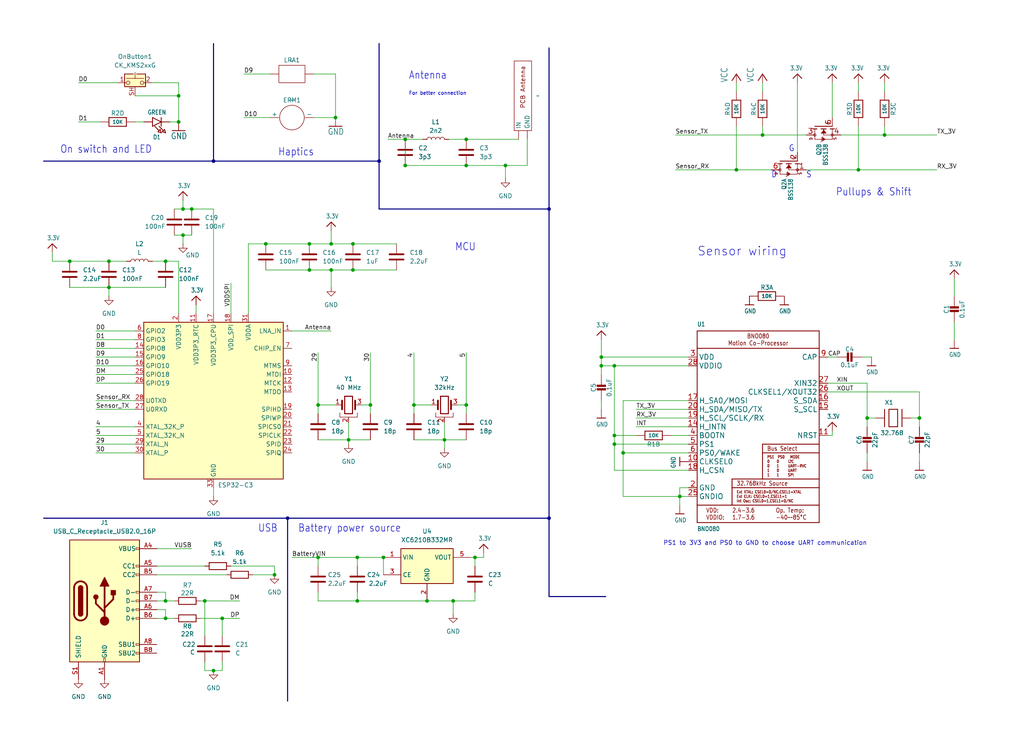
<source format=kicad_sch>
(kicad_sch (version 20250114) (generator "eeschema") (generator_version "9.0")
  (paper "User" 298.45 217.322)
  (title_block (title "Absolute rotation sensor with BLE") (date "2025-05-23"))
  (lib_symbols
    (symbol "Adafruit_BNO08x-eagle-import:3.3V" (power)
      (symbol "3.3V_1_0"
        (pin power_in line (at 0 -2.54 90) (length 2.54) (name "3.3V") (number "1"))
      )
    )
    (symbol "Adafruit_BNO08x-eagle-import:BNO080"
      (property "Reference" "U" (at -17.78 29.21 0))
      (symbol "BNO080_1_0"
        (text "VDD:\nVDDIO:" (at -15.24 -25.4 0) (effects (font (size 1.27 1.0795)) (justify left)))
        (text "2.4-3.6\n1.7-3.6" (at -7.62 -25.4 0) (effects (font (size 1.27 1.0795)) (justify left)))
        (text "32.768kHz Source" (at -6.35 -16.51 0) (effects (font (size 1.27 1.0795)) (justify left)))
        (text "Ext XTAL: CSEL0=0/NC,CSEL1=XTAL\nExt CLK: CSEL0=1,CSEL1=1\nInt Osc: CSEL0=1,CSEL1=0/NC" (at -6.35 -20.32 0) (effects (font (size 0.8128 0.6908)) (justify left)))
        (text "BNO080\nMotion Co-Processor" (at 0 25.4 0) (effects (font (size 1.27 1.0795))))
        (text "Bus Select" (at 2.54 -6.35 0) (effects (font (size 1.27 1.0795)) (justify left)))
        (text "PS1  PS0   MODE\n0    0     I2C\n0    1     UART-RVC\n1    0     UART\n1    1     SPI" (at 2.54 -11.43 0) (effects (font (size 0.8128 0.6908)) (justify left)))
        (text "Op. Temp:\n-40~~85°C" (at 5.08 -25.4 0) (effects (font (size 1.27 1.0795)) (justify left)))
        (pin power_in line (at -20.32 20.32 0) (length 2.54) (name "VDD") (number "3"))
        (pin power_in line (at -20.32 17.78 0) (length 2.54) (name "VDDIO") (number "28"))
        (pin output line (at -20.32 7.62 0) (length 2.54) (name "H_SA0/MOSI") (number "17"))
        (pin bidirectional line (at -20.32 5.08 0) (length 2.54) (name "H_SDA/MISO/TX") (number "20"))
        (pin bidirectional line (at -20.32 2.54 0) (length 2.54) (name "H_SCL/SCLK/RX") (number "19"))
        (pin output line (at -20.32 0 0) (length 2.54) (name "H_INTN") (number "14"))
        (pin input line (at -20.32 -2.54 0) (length 2.54) (name "BOOTN") (number "4"))
        (pin input line (at -20.32 -5.08 0) (length 2.54) (name "PS1") (number "5"))
        (pin input line (at -20.32 -7.62 0) (length 2.54) (name "PS0/WAKE") (number "6"))
        (pin input line (at -20.32 -10.16 0) (length 2.54) (name "CLKSEL0") (number "10"))
        (pin input line (at -20.32 -12.7 0) (length 2.54) (name "H_CSN") (number "18"))
        (pin power_in line (at -20.32 -17.78 0) (length 2.54) (name "GND") (number "2"))
        (pin power_in line (at -20.32 -20.32 0) (length 2.54) (name "GNDIO") (number "25"))
        (pin passive line (at 20.32 20.32 180) (length 2.54) (name "CAP") (number "9"))
        (pin input line (at 20.32 12.7 180) (length 2.54) (name "XIN32") (number "27"))
        (pin output line (at 20.32 10.16 180) (length 2.54) (name "CLKSEL1/XOUT32") (number "26"))
        (pin bidirectional line (at 20.32 7.62 180) (length 2.54) (name "S_SDA") (number "16"))
        (pin bidirectional line (at 20.32 5.08 180) (length 2.54) (name "S_SCL") (number "15"))
        (pin input line (at 20.32 -2.54 180) (length 2.54) (name "NRST") (number "11"))
      )
    )
    (symbol "Adafruit_BNO08x-eagle-import:CAP_CERAMIC0603_NO"
      (property "Reference" "C" (at -2.29 1.25 90))
      (symbol "CAP_CERAMIC0603_NO_1_0"
        (pin passive line (at 0 5.08 270) (length 2.54) (name "1") (number "1"))
        (pin passive line (at 0 -2.54 90) (length 2.54) (name "2") (number "2"))
      )
    )
    (symbol "Adafruit_BNO08x-eagle-import:GND" (power)
      (symbol "GND_1_0"
        (pin power_in line (at 0 2.54 270) (length 2.54) (name "GND") (number "1"))
      )
    )
    (symbol "Adafruit_BNO08x-eagle-import:LED0603_NOOUTLINE"
      (property "Reference" "D" (at -1.27 4.445 0))
      (symbol "LED0603_NOOUTLINE_1_0"
        (pin passive line (at -5.08 0 0) (length 2.54) (name "A") (number "A"))
        (pin passive line (at 2.54 0 180) (length 2.54) (name "C") (number "C"))
      )
    )
    (symbol "Adafruit_BNO08x-eagle-import:MOSFET-N_DUAL"
      (property "Reference" "Q" (at 5.08 0.635 0))
      (symbol "MOSFET-N_DUAL_1_0"
        (text "G" (at -1.27 -1.905 0) (effects (font (size 0.8128 0.6908)) (justify left bottom)))
        (text "D" (at 3.175 3.175 0) (effects (font (size 0.8128 0.6908)) (justify left bottom)))
        (text "S" (at 3.175 -3.81 0) (effects (font (size 0.8128 0.6908)) (justify left bottom)))
        (pin bidirectional line (at -2.54 -2.54 0) (length 2.54) (name "G") (number "2"))
        (pin bidirectional line (at 2.54 5.08 270) (length 2.54) (name "D") (number "6"))
        (pin bidirectional line (at 2.54 -5.08 90) (length 2.54) (name "S") (number "1"))
      )
      (symbol "MOSFET-N_DUAL_2_0"
        (text "G" (at -1.27 -1.905 0) (effects (font (size 0.8128 0.6908)) (justify left bottom)))
        (text "D" (at 3.175 3.175 0) (effects (font (size 0.8128 0.6908)) (justify left bottom)))
        (text "S" (at 3.175 -3.81 0) (effects (font (size 0.8128 0.6908)) (justify left bottom)))
        (pin bidirectional line (at -2.54 -2.54 0) (length 2.54) (name "G") (number "5"))
        (pin bidirectional line (at 2.54 5.08 270) (length 2.54) (name "D") (number "3"))
        (pin bidirectional line (at 2.54 -5.08 90) (length 2.54) (name "S") (number "4"))
      )
    )
    (symbol "Adafruit_BNO08x-eagle-import:RESISTOR_4PACK"
      (property "Reference" "R" (at 0 2.54 0))
      (symbol "RESISTOR_4PACK_1_0"
        (pin passive line (at -5.08 0 0) (length 2.54) (name "1") (number "1"))
        (pin passive line (at 5.08 0 180) (length 2.54) (name "2") (number "8"))
      )
      (symbol "RESISTOR_4PACK_2_0"
        (pin passive line (at -5.08 0 0) (length 2.54) (name "1") (number "2"))
        (pin passive line (at 5.08 0 180) (length 2.54) (name "2") (number "7"))
      )
      (symbol "RESISTOR_4PACK_3_0"
        (pin passive line (at -5.08 0 0) (length 2.54) (name "1") (number "3"))
        (pin passive line (at 5.08 0 180) (length 2.54) (name "2") (number "6"))
      )
      (symbol "RESISTOR_4PACK_4_0"
        (pin passive line (at -5.08 0 0) (length 2.54) (name "1") (number "4"))
        (pin passive line (at 5.08 0 180) (length 2.54) (name "2") (number "5"))
      )
    )
    (symbol "Adafruit_BNO08x-eagle-import:VCC" (power)
      (symbol "VCC_1_0"
        (pin power_in line (at 0 -2.54 90) (length 2.54) (name "VCC") (number "1"))
      )
    )
    (symbol "Adafruit_BNO08x-eagle-import:XTAL-3.2X1.5"
      (property "Reference" "X" (at -2.54 3.81 0))
      (symbol "XTAL-3.2X1.5_1_0"
        (pin bidirectional line (at -5.08 0 0) (length 2.54) (name "P$1") (number "P$1"))
        (pin bidirectional line (at 5.08 0 180) (length 2.54) (name "P$2") (number "P$2"))
      )
    )
    (symbol "Adafruit_BNO08x-eagle-import:supply1_371_GND" (power)
      (symbol "supply1_371_GND_1_0"
        (pin power_in line (at 0 2.54 270) (length 2.54) (name "GND") (number "1"))
      )
    )
    (symbol "Connector:USB_C_Receptacle_USB2.0_16P" (pin_names (offset 1.016))
      (property "Reference" "J" (at 0 22.225 0))
      (property "Value" "USB_C_Receptacle_USB2.0_16P" (at 0 19.685 0))
      (symbol "USB_C_Receptacle_USB2.0_16P_1_1"
        (pin passive line (at -7.62 -22.86 90) (length 5.08) (name "SHIELD") (number "S1"))
        (pin passive line (at 0 -22.86 90) (length 5.08) (name "GND") (number "A1"))
        (pin passive line (at 0 -22.86 90) (length 5.08) (hide yes) (name "GND") (number "A12"))
        (pin passive line (at 0 -22.86 90) (length 5.08) (hide yes) (name "GND") (number "B1"))
        (pin passive line (at 0 -22.86 90) (length 5.08) (hide yes) (name "GND") (number "B12"))
        (pin passive line (at 15.24 15.24 180) (length 5.08) (name "VBUS") (number "A4"))
        (pin passive line (at 15.24 15.24 180) (length 5.08) (hide yes) (name "VBUS") (number "A9"))
        (pin passive line (at 15.24 15.24 180) (length 5.08) (hide yes) (name "VBUS") (number "B4"))
        (pin passive line (at 15.24 15.24 180) (length 5.08) (hide yes) (name "VBUS") (number "B9"))
        (pin bidirectional line (at 15.24 10.16 180) (length 5.08) (name "CC1") (number "A5"))
        (pin bidirectional line (at 15.24 7.62 180) (length 5.08) (name "CC2") (number "B5"))
        (pin bidirectional line (at 15.24 2.54 180) (length 5.08) (name "D-") (number "A7"))
        (pin bidirectional line (at 15.24 0 180) (length 5.08) (name "D-") (number "B7"))
        (pin bidirectional line (at 15.24 -2.54 180) (length 5.08) (name "D+") (number "A6"))
        (pin bidirectional line (at 15.24 -5.08 180) (length 5.08) (name "D+") (number "B6"))
        (pin bidirectional line (at 15.24 -12.7 180) (length 5.08) (name "SBU1") (number "A8"))
        (pin bidirectional line (at 15.24 -15.24 180) (length 5.08) (name "SBU2") (number "B8"))
      )
    )
    (symbol "Device:C" (pin_numbers (hide yes)) (pin_names (offset 0.254))
      (property "Reference" "C" (at 0.635 2.54 0))
      (property "Value" "C" (at 0.635 -2.54 0))
      (symbol "C_1_1"
        (pin passive line (at 0 3.81 270) (length 2.794) (name "~") (number "1"))
        (pin passive line (at 0 -3.81 90) (length 2.794) (name "~") (number "2"))
      )
    )
    (symbol "Device:Crystal_GND2" (pin_names (offset 1.016) (hide yes))
      (property "Reference" "Y" (at 0 5.715 0))
      (property "Value" "Crystal_GND2" (at 0 3.81 0))
      (symbol "Crystal_GND2_1_1"
        (pin passive line (at -3.81 0 0) (length 1.27) (name "1") (number "1"))
        (pin passive line (at 0 -5.08 90) (length 1.27) (name "2") (number "2"))
        (pin passive line (at 3.81 0 180) (length 1.27) (name "3") (number "3"))
      )
    )
    (symbol "Device:ERM" (pin_numbers (hide yes)) (pin_names (offset 0))
      (property "Reference" "ERM1" (at 0 5.08 0))
      (property "Value" "~" (at 0 5.08 0))
      (symbol "ERM_1_1"
        (pin input line (at -6.35 0 0) (length 2.54) (name "+") (number ""))
        (pin input line (at 6.35 0 180) (length 2.54) (name "-") (number ""))
      )
    )
    (symbol "Device:L" (pin_numbers (hide yes)) (pin_names (offset 1.016) (hide yes))
      (property "Reference" "L" (at -1.27 0 90))
      (property "Value" "L" (at 1.905 0 90))
      (symbol "L_1_1"
        (pin passive line (at 0 3.81 270) (length 1.27) (name "1") (number "1"))
        (pin passive line (at 0 -3.81 90) (length 1.27) (name "2") (number "2"))
      )
    )
    (symbol "Device:LRA" (pin_numbers (hide yes)) (pin_names (offset 0) (hide yes))
      (property "Reference" "LRA1" (at 0 4.064 0))
      (property "Value" "~" (at 0 3.81 0))
      (symbol "LRA_1_1"
        (pin input line (at -6.35 0 0) (length 2.54) (name "+") (number ""))
        (pin input line (at 6.35 0 180) (length 2.54) (name "-") (number ""))
      )
    )
    (symbol "Device:MyAntenna"
      (property "Value" "~" (at 2.54 3.81 0))
      (symbol "MyAntenna_1_1"
        (text "PCB Antenna" (at 13.97 2.54 0) (effects (font (size 1.27 1.27))))
        (pin input line (at -1.27 3.81 0) (length 2.54) (name "IN") (number ""))
        (pin input line (at -1.27 1.27 0) (length 2.54) (name "GND") (number ""))
      )
    )
    (symbol "Device:R" (pin_numbers (hide yes)) (pin_names (offset 0))
      (property "Reference" "R" (at 2.032 0 90))
      (property "Value" "R" (at 0 0 90))
      (symbol "R_1_1"
        (pin passive line (at 0 3.81 270) (length 1.27) (name "~") (number "1"))
        (pin passive line (at 0 -3.81 90) (length 1.27) (name "~") (number "2"))
      )
    )
    (symbol "MCU_Espressif:ESP32-C3"
      (property "Reference" "U" (at -17.272 23.876 0))
      (property "Value" "ESP32-C3" (at 16.256 23.876 0))
      (symbol "ESP32-C3_1_1"
        (pin bidirectional line (at -22.86 20.32 0) (length 2.54) (name "GPIO2") (number "6"))
        (pin bidirectional line (at -22.86 17.78 0) (length 2.54) (name "GPIO3") (number "8"))
        (pin bidirectional line (at -22.86 15.24 0) (length 2.54) (name "GPIO8") (number "14"))
        (pin bidirectional line (at -22.86 12.7 0) (length 2.54) (name "GPIO9") (number "15"))
        (pin bidirectional line (at -22.86 10.16 0) (length 2.54) (name "GPIO10") (number "16"))
        (pin bidirectional line (at -22.86 7.62 0) (length 2.54) (name "GPIO18") (number "25"))
        (pin bidirectional line (at -22.86 5.08 0) (length 2.54) (name "GPIO19") (number "26"))
        (pin bidirectional line (at -22.86 0 0) (length 2.54) (name "U0TXD") (number "28"))
        (pin bidirectional line (at -22.86 -2.54 0) (length 2.54) (name "U0RXD") (number "27"))
        (pin bidirectional line (at -22.86 -7.62 0) (length 2.54) (name "XTAL_32K_P") (number "4"))
        (pin bidirectional line (at -22.86 -10.16 0) (length 2.54) (name "XTAL_32K_N") (number "5"))
        (pin bidirectional line (at -22.86 -12.7 0) (length 2.54) (name "XTAL_N") (number "29"))
        (pin bidirectional line (at -22.86 -15.24 0) (length 2.54) (name "XTAL_P") (number "30"))
        (pin power_in line (at -10.16 25.4 270) (length 2.54) (name "VDD3P3") (number "2"))
        (pin passive line (at -10.16 25.4 270) (length 2.54) (hide yes) (name "VDD3P3") (number "3"))
        (pin power_in line (at -5.08 25.4 270) (length 2.54) (name "VDD3P3_RTC") (number "11"))
        (pin power_in line (at 0 25.4 270) (length 2.54) (name "VDD3P3_CPU") (number "17"))
        (pin power_in line (at 0 -25.4 90) (length 2.54) (name "GND") (number "33"))
        (pin power_out line (at 5.08 25.4 270) (length 2.54) (name "VDD_SPI") (number "18"))
        (pin power_in line (at 10.16 25.4 270) (length 2.54) (name "VDDA") (number "31"))
        (pin passive line (at 10.16 25.4 270) (length 2.54) (hide yes) (name "VDDA") (number "32"))
        (pin bidirectional line (at 22.86 20.32 180) (length 2.54) (name "LNA_IN") (number "1"))
        (pin bidirectional line (at 22.86 15.24 180) (length 2.54) (name "CHIP_EN") (number "7"))
        (pin bidirectional line (at 22.86 10.16 180) (length 2.54) (name "MTMS") (number "9"))
        (pin bidirectional line (at 22.86 7.62 180) (length 2.54) (name "MTDI") (number "10"))
        (pin bidirectional line (at 22.86 5.08 180) (length 2.54) (name "MTCK") (number "12"))
        (pin bidirectional line (at 22.86 2.54 180) (length 2.54) (name "MTDO") (number "13"))
        (pin bidirectional line (at 22.86 -2.54 180) (length 2.54) (name "SPIHD") (number "19"))
        (pin bidirectional line (at 22.86 -5.08 180) (length 2.54) (name "SPIWP") (number "20"))
        (pin bidirectional line (at 22.86 -7.62 180) (length 2.54) (name "SPICS0") (number "21"))
        (pin bidirectional line (at 22.86 -10.16 180) (length 2.54) (name "SPICLK") (number "22"))
        (pin bidirectional line (at 22.86 -12.7 180) (length 2.54) (name "SPID") (number "23"))
        (pin bidirectional line (at 22.86 -15.24 180) (length 2.54) (name "SPIQ") (number "24"))
      )
    )
    (symbol "Regulator_Linear:XC6210B332MR"
      (property "Reference" "U" (at 0 8.89 0))
      (property "Value" "XC6210B332MR" (at 0 6.35 0))
      (symbol "XC6210B332MR_1_1"
        (pin power_in line (at -12.7 2.54 0) (length 5.08) (name "VIN") (number "1"))
        (pin input line (at -12.7 -2.54 0) (length 5.08) (name "CE") (number "3"))
        (pin power_in line (at 0 -10.16 90) (length 5.08) (name "GND") (number "2"))
        (pin no_connect line (at 7.62 -2.54 180) (length 5.08) (hide yes) (name "NC") (number "4"))
        (pin power_out line (at 12.7 2.54 180) (length 5.08) (name "VOUT") (number "5"))
      )
    )
    (symbol "Switch:CK_KMS2xxG" (pin_names (offset 1.016) (hide yes))
      (property "Reference" "SW" (at 4.318 2.032 0))
      (property "Value" "CK_KMS2xxG" (at 0 4.572 0))
      (symbol "CK_KMS2xxG_0_1"
        (pin passive line (at -5.08 0 0) (length 2.54) (name "1") (number "1"))
        (pin passive line (at 5.08 0 180) (length 2.54) (name "2") (number "2"))
      )
      (symbol "CK_KMS2xxG_1_1"
        (pin passive line (at 0 -3.81 90) (length 2.54) (name "B") (number "SH"))
      )
    )
    (symbol "power:GND" (power) (pin_numbers (hide yes)) (pin_names (offset 0) (hide yes))
      (property "Value" "GND" (at 0 -3.81 0))
      (symbol "GND_1_1"
        (pin power_in line (at 0 0 270) (length 0) (name "~") (number "1"))
      )
    )
  )
  (text "Battery power source" (at 86.868 155.448 0) (effects (font (size 2.1844 1.8567)) (justify left bottom)))
  (text "Pullups & Shift" (at 243.586 57.404 0) (effects (font (size 2.1844 1.8567)) (justify left bottom)))
  (text "D" (at 224.79 52.07 0) (effects (font (size 1.778 1.5113)) (justify left bottom)))
  (text "Antenna" (at 119.126 23.368 0) (effects (font (size 2.1844 1.8567)) (justify left bottom)))
  (text "G" (at 229.87 44.45 0) (effects (font (size 1.778 1.5113)) (justify left bottom)))
  (text "On switch and LED" (at 17.526 44.958 0) (effects (font (size 2.1844 1.8567)) (justify left bottom)))
  (text "Haptics" (at 81.026 45.72 0) (effects (font (size 2.1844 1.8567)) (justify left bottom)))
  (text "S" (at 234.95 52.07 0) (effects (font (size 1.778 1.5113)) (justify left bottom)))
  (text "USB" (at 75.184 155.448 0) (effects (font (size 2.1844 1.8567)) (justify left bottom)))
  (text "For better connection" (at 119.126 27.94 0) (effects (font (size 1.016 1.016)) (justify left bottom)))
  (text "PS1 to 3V3 and PS0 to GND to choose UART communication" (at 223.012 158.496 0) (effects (font (size 1.27 1.27))))
  (text "MCU" (at 132.588 73.406 0) (effects (font (size 2.1844 1.8567)) (justify left bottom)))
  (text "Sensor wiring" (at 203.2 74.93 0) (effects (font (size 2.54 2.54)) (justify left bottom)))
  (junction (at 92.71 162.56))
  (junction (at 175.26 106.68))
  (junction (at 53.34 60.96))
  (junction (at 48.26 180.34))
  (junction (at 135.89 40.64))
  (junction (at 135.89 48.26))
  (junction (at 102.87 78.74))
  (junction (at 257.81 39.37))
  (junction (at 118.11 40.64))
  (junction (at 48.26 175.26))
  (junction (at 111.76 162.56))
  (junction (at 101.6 128.27))
  (junction (at 110.49 46.99))
  (junction (at 62.23 46.99))
  (junction (at 138.43 162.56))
  (junction (at 102.87 71.12))
  (junction (at 96.52 78.74))
  (junction (at 77.47 71.12))
  (junction (at 181.61 132.08))
  (junction (at 175.26 104.14))
  (junction (at 48.26 76.2))
  (junction (at 250.19 49.53))
  (junction (at 120.65 118.11))
  (junction (at 104.14 175.26))
  (junction (at 267.97 121.92))
  (junction (at 92.71 118.11))
  (junction (at 132.08 175.26))
  (junction (at 64.77 180.34))
  (junction (at 31.75 76.2))
  (junction (at 52.07 27.94))
  (junction (at 129.54 128.27))
  (junction (at 53.34 68.58))
  (junction (at 160.02 60.96))
  (junction (at 62.23 195.58))
  (junction (at 107.95 118.11))
  (junction (at 118.11 48.26))
  (junction (at 80.01 167.64))
  (junction (at 222.25 39.37))
  (junction (at 147.32 48.26))
  (junction (at 59.69 175.26))
  (junction (at 96.52 71.12))
  (junction (at 179.07 127))
  (junction (at 55.88 60.96))
  (junction (at 179.07 106.68))
  (junction (at 104.14 162.56))
  (junction (at 83.82 151.13))
  (junction (at 31.75 83.82))
  (junction (at 52.07 35.56))
  (junction (at 90.17 71.12))
  (junction (at 20.32 76.2))
  (junction (at 252.73 121.92))
  (junction (at 97.79 34.29))
  (junction (at 179.07 129.54))
  (junction (at 160.02 151.13))
  (junction (at 214.63 49.53))
  (junction (at 198.12 144.78))
  (junction (at 135.89 118.11))
  (junction (at 90.17 78.74))
  (junction (at 124.46 175.26))
  (wire (pts (xy 97.79 21.59) (xy 97.79 34.29)))
  (wire (pts (xy 44.45 76.2) (xy 48.26 76.2)))
  (wire (pts (xy 27.94 132.08) (xy 39.37 132.08)))
  (wire (pts (xy 50.8 60.96) (xy 53.34 60.96)))
  (wire (pts (xy 140.97 161.29) (xy 140.97 162.56)))
  (wire (pts (xy 48.26 172.72) (xy 48.26 175.26)))
  (wire (pts (xy 111.76 162.56) (xy 111.76 167.64)))
  (wire (pts (xy 48.26 175.26) (xy 50.8 175.26)))
  (wire (pts (xy 92.71 172.72) (xy 92.71 175.26)))
  (wire (pts (xy 133.35 118.11) (xy 135.89 118.11)))
  (wire (pts (xy 120.65 118.11) (xy 120.65 120.65)))
  (wire (pts (xy 77.47 71.12) (xy 90.17 71.12)))
  (wire (pts (xy 135.89 118.11) (xy 135.89 120.65)))
  (wire (pts (xy 77.47 78.74) (xy 90.17 78.74)))
  (wire (pts (xy 45.72 167.64) (xy 66.04 167.64)))
  (wire (pts (xy 255.27 121.92) (xy 252.73 121.92)) (stroke (width 0.1524)))
  (wire (pts (xy 53.34 68.58) (xy 53.34 71.12)))
  (wire (pts (xy 175.26 104.14) (xy 175.26 99.06)) (stroke (width 0.1524)))
  (wire (pts (xy 214.63 24.13) (xy 214.63 26.67)) (stroke (width 0.1524)))
  (wire (pts (xy 41.91 35.56) (xy 39.37 35.56)) (stroke (width 0.1524)))
  (wire (pts (xy 59.69 175.26) (xy 59.69 185.42)))
  (wire (pts (xy 267.97 132.08) (xy 267.97 134.62)) (stroke (width 0.1524)))
  (wire (pts (xy 104.14 175.26) (xy 124.46 175.26)))
  (wire (pts (xy 250.19 26.67) (xy 250.19 24.13)) (stroke (width 0.1524)))
  (wire (pts (xy 39.37 27.94) (xy 52.07 27.94)))
  (wire (pts (xy 132.08 175.26) (xy 132.08 179.07)))
  (wire (pts (xy 198.12 142.24) (xy 198.12 144.78)) (stroke (width 0.1524)))
  (wire (pts (xy 130.81 40.64) (xy 135.89 40.64)))
  (wire (pts (xy 67.31 82.55) (xy 67.31 91.44)))
  (wire (pts (xy 71.12 34.29) (xy 78.74 34.29)))
  (wire (pts (xy 48.26 76.2) (xy 52.07 76.2)))
  (wire (pts (xy 250.19 49.53) (xy 273.05 49.53)) (stroke (width 0.1524)))
  (wire (pts (xy 129.54 128.27) (xy 129.54 130.81)))
  (bus (pts (xy 160.02 13.97) (xy 160.02 60.96)))
  (wire (pts (xy 234.95 39.37) (xy 222.25 39.37)) (stroke (width 0.1524)))
  (wire (pts (xy 27.94 96.52) (xy 39.37 96.52)))
  (wire (pts (xy 196.85 49.53) (xy 214.63 49.53)) (stroke (width 0.1524)))
  (wire (pts (xy 52.07 24.13) (xy 52.07 27.94)))
  (wire (pts (xy 27.94 106.68) (xy 39.37 106.68)))
  (wire (pts (xy 58.42 175.26) (xy 59.69 175.26)))
  (wire (pts (xy 96.52 78.74) (xy 96.52 83.82)))
  (wire (pts (xy 72.39 71.12) (xy 77.47 71.12)))
  (wire (pts (xy 241.3 111.76) (xy 252.73 111.76)) (stroke (width 0.1524)))
  (wire (pts (xy 107.95 118.11) (xy 107.95 120.65)))
  (wire (pts (xy 15.24 73.66) (xy 15.24 76.2)))
  (wire (pts (xy 20.32 83.82) (xy 31.75 83.82)))
  (wire (pts (xy 27.94 124.46) (xy 39.37 124.46)))
  (wire (pts (xy 147.32 48.26) (xy 147.32 52.07)))
  (wire (pts (xy 222.25 36.83) (xy 222.25 39.37)) (stroke (width 0.1524)))
  (wire (pts (xy 252.73 111.76) (xy 252.73 121.92)) (stroke (width 0.1524)))
  (wire (pts (xy 92.71 118.11) (xy 97.79 118.11)))
  (wire (pts (xy 101.6 129.54) (xy 101.6 128.27)))
  (wire (pts (xy 85.09 162.56) (xy 92.71 162.56)))
  (wire (pts (xy 50.8 68.58) (xy 53.34 68.58)))
  (wire (pts (xy 45.72 165.1) (xy 59.69 165.1)))
  (wire (pts (xy 44.45 24.13) (xy 52.07 24.13)))
  (wire (pts (xy 104.14 162.56) (xy 111.76 162.56)))
  (wire (pts (xy 85.09 96.52) (xy 96.52 96.52)))
  (wire (pts (xy 73.66 167.64) (xy 80.01 167.64)))
  (wire (pts (xy 58.42 180.34) (xy 64.77 180.34)))
  (wire (pts (xy 175.26 109.22) (xy 175.26 106.68)) (stroke (width 0.1524)))
  (bus (pts (xy 12.7 46.99) (xy 62.23 46.99)))
  (wire (pts (xy 137.16 162.56) (xy 138.43 162.56)))
  (wire (pts (xy 72.39 91.44) (xy 72.39 71.12)))
  (wire (pts (xy 198.12 144.78) (xy 198.12 147.32)) (stroke (width 0.1524)))
  (bus (pts (xy 12.7 151.13) (xy 83.82 151.13)))
  (wire (pts (xy 96.52 67.31) (xy 96.52 71.12)))
  (wire (pts (xy 257.81 39.37) (xy 273.05 39.37)) (stroke (width 0.1524)))
  (wire (pts (xy 31.75 83.82) (xy 31.75 86.36)))
  (wire (pts (xy 242.57 34.29) (xy 242.57 24.13)) (stroke (width 0.1524)))
  (bus (pts (xy 160.02 173.99) (xy 176.53 173.99)))
  (wire (pts (xy 27.94 104.14) (xy 39.37 104.14)))
  (bus (pts (xy 83.82 151.13) (xy 83.82 204.47)))
  (wire (pts (xy 175.26 106.68) (xy 175.26 104.14)) (stroke (width 0.1524)))
  (wire (pts (xy 179.07 106.68) (xy 175.26 106.68)) (stroke (width 0.1524)))
  (wire (pts (xy 181.61 132.08) (xy 181.61 144.78)))
  (wire (pts (xy 153.67 40.64) (xy 153.67 48.26)))
  (wire (pts (xy 59.69 195.58) (xy 62.23 195.58)))
  (wire (pts (xy 52.07 76.2) (xy 52.07 91.44)))
  (wire (pts (xy 138.43 165.1) (xy 138.43 162.56)))
  (wire (pts (xy 200.66 124.46) (xy 185.42 124.46)) (stroke (width 0.1524)))
  (wire (pts (xy 91.44 21.59) (xy 97.79 21.59)))
  (wire (pts (xy 179.07 129.54) (xy 179.07 127)))
  (wire (pts (xy 124.46 175.26) (xy 132.08 175.26)))
  (wire (pts (xy 224.79 49.53) (xy 214.63 49.53)) (stroke (width 0.1524)))
  (wire (pts (xy 64.77 195.58) (xy 64.77 193.04)))
  (wire (pts (xy 92.71 128.27) (xy 101.6 128.27)))
  (wire (pts (xy 92.71 118.11) (xy 92.71 120.65)))
  (wire (pts (xy 96.52 71.12) (xy 102.87 71.12)))
  (wire (pts (xy 242.57 127) (xy 241.3 127)))
  (wire (pts (xy 200.66 142.24) (xy 198.12 142.24)) (stroke (width 0.1524)))
  (wire (pts (xy 265.43 121.92) (xy 267.97 121.92)) (stroke (width 0.1524)))
  (wire (pts (xy 31.75 83.82) (xy 48.26 83.82)))
  (wire (pts (xy 195.58 127) (xy 200.66 127)))
  (bus (pts (xy 62.23 46.99) (xy 110.49 46.99)))
  (wire (pts (xy 57.15 88.9) (xy 57.15 91.44)))
  (wire (pts (xy 222.25 26.67) (xy 222.25 24.13)) (stroke (width 0.1524)))
  (wire (pts (xy 278.13 81.28) (xy 278.13 86.36)) (stroke (width 0.1524)))
  (wire (pts (xy 49.53 35.56) (xy 52.07 35.56)))
  (wire (pts (xy 196.85 39.37) (xy 222.25 39.37)) (stroke (width 0.1524)))
  (wire (pts (xy 59.69 175.26) (xy 69.85 175.26)))
  (wire (pts (xy 48.26 177.8) (xy 48.26 180.34)))
  (wire (pts (xy 241.3 114.3) (xy 267.97 114.3)) (stroke (width 0.1524)))
  (wire (pts (xy 129.54 128.27) (xy 135.89 128.27)))
  (bus (pts (xy 160.02 60.96) (xy 160.02 151.13)))
  (wire (pts (xy 175.26 116.84) (xy 175.26 119.38)) (stroke (width 0.1524)))
  (wire (pts (xy 27.94 129.54) (xy 39.37 129.54)))
  (wire (pts (xy 102.87 71.12) (xy 115.57 71.12)))
  (wire (pts (xy 132.08 175.26) (xy 138.43 175.26)))
  (wire (pts (xy 120.65 128.27) (xy 129.54 128.27)))
  (wire (pts (xy 45.72 172.72) (xy 48.26 172.72)))
  (wire (pts (xy 62.23 142.24) (xy 62.23 144.78)))
  (wire (pts (xy 118.11 48.26) (xy 135.89 48.26)))
  (wire (pts (xy 22.86 24.13) (xy 34.29 24.13)))
  (wire (pts (xy 27.94 127) (xy 39.37 127)))
  (wire (pts (xy 67.31 165.1) (xy 80.01 165.1)))
  (wire (pts (xy 53.34 60.96) (xy 55.88 60.96)))
  (wire (pts (xy 135.89 48.26) (xy 147.32 48.26)))
  (bus (pts (xy 62.23 12.7) (xy 62.23 46.99)))
  (wire (pts (xy 90.17 71.12) (xy 96.52 71.12)))
  (wire (pts (xy 214.63 36.83) (xy 214.63 49.53)) (stroke (width 0.1524)))
  (bus (pts (xy 160.02 151.13) (xy 160.02 173.99)))
  (wire (pts (xy 118.11 40.64) (xy 118.11 48.26)))
  (wire (pts (xy 200.66 106.68) (xy 179.07 106.68)) (stroke (width 0.1524)))
  (wire (pts (xy 242.57 125.73) (xy 242.57 127)))
  (wire (pts (xy 53.34 68.58) (xy 55.88 68.58)))
  (wire (pts (xy 250.19 36.83) (xy 250.19 49.53)) (stroke (width 0.1524)))
  (wire (pts (xy 90.17 78.74) (xy 96.52 78.74)))
  (wire (pts (xy 179.07 137.16) (xy 200.66 137.16)) (stroke (width 0.1524)))
  (wire (pts (xy 96.52 78.74) (xy 102.87 78.74)))
  (wire (pts (xy 120.65 118.11) (xy 125.73 118.11)))
  (wire (pts (xy 31.75 76.2) (xy 36.83 76.2)))
  (wire (pts (xy 120.65 102.87) (xy 120.65 118.11)))
  (wire (pts (xy 80.01 165.1) (xy 80.01 167.64)))
  (bus (pts (xy 110.49 46.99) (xy 110.49 60.96)))
  (wire (pts (xy 129.54 123.19) (xy 129.54 128.27)))
  (wire (pts (xy 53.34 58.42) (xy 53.34 60.96)))
  (wire (pts (xy 179.07 127) (xy 185.42 127)))
  (wire (pts (xy 101.6 123.19) (xy 101.6 128.27)))
  (wire (pts (xy 105.41 118.11) (xy 107.95 118.11)))
  (wire (pts (xy 92.71 102.87) (xy 92.71 118.11)))
  (wire (pts (xy 138.43 175.26) (xy 138.43 172.72)))
  (wire (pts (xy 107.95 102.87) (xy 107.95 118.11)))
  (wire (pts (xy 102.87 78.74) (xy 115.57 78.74)))
  (wire (pts (xy 45.72 175.26) (xy 48.26 175.26)))
  (wire (pts (xy 179.07 127) (xy 179.07 106.68)))
  (wire (pts (xy 138.43 162.56) (xy 140.97 162.56)))
  (wire (pts (xy 92.71 162.56) (xy 92.71 165.1)))
  (wire (pts (xy 241.3 104.14) (xy 243.84 104.14)) (stroke (width 0.1524)))
  (wire (pts (xy 64.77 180.34) (xy 69.85 180.34)))
  (wire (pts (xy 62.23 195.58) (xy 64.77 195.58)))
  (wire (pts (xy 64.77 180.34) (xy 64.77 185.42)))
  (wire (pts (xy 278.13 93.98) (xy 278.13 99.06)) (stroke (width 0.1524)))
  (wire (pts (xy 153.67 48.26) (xy 147.32 48.26)))
  (wire (pts (xy 45.72 177.8) (xy 48.26 177.8)))
  (wire (pts (xy 104.14 162.56) (xy 104.14 165.1)))
  (wire (pts (xy 27.94 109.22) (xy 39.37 109.22)))
  (wire (pts (xy 200.66 119.38) (xy 185.42 119.38)) (stroke (width 0.1524)))
  (wire (pts (xy 27.94 119.38) (xy 39.37 119.38)))
  (wire (pts (xy 113.03 40.64) (xy 118.11 40.64)))
  (wire (pts (xy 267.97 114.3) (xy 267.97 121.92)) (stroke (width 0.1524)))
  (wire (pts (xy 135.89 102.87) (xy 135.89 118.11)))
  (wire (pts (xy 118.11 40.64) (xy 123.19 40.64)))
  (wire (pts (xy 101.6 128.27) (xy 107.95 128.27)))
  (wire (pts (xy 251.46 104.14) (xy 254 104.14)) (stroke (width 0.1524)))
  (wire (pts (xy 71.12 21.59) (xy 78.74 21.59)))
  (wire (pts (xy 200.66 144.78) (xy 198.12 144.78)) (stroke (width 0.1524)))
  (wire (pts (xy 27.94 111.76) (xy 39.37 111.76)))
  (bus (pts (xy 110.49 12.7) (xy 110.49 46.99)))
  (wire (pts (xy 45.72 160.02) (xy 55.88 160.02)))
  (wire (pts (xy 245.11 39.37) (xy 257.81 39.37)) (stroke (width 0.1524)))
  (wire (pts (xy 92.71 175.26) (xy 104.14 175.26)))
  (wire (pts (xy 48.26 180.34) (xy 50.8 180.34)))
  (wire (pts (xy 20.32 76.2) (xy 31.75 76.2)))
  (wire (pts (xy 27.94 116.84) (xy 39.37 116.84)))
  (wire (pts (xy 20.32 76.2) (xy 15.24 76.2)))
  (wire (pts (xy 52.07 27.94) (xy 52.07 35.56)))
  (wire (pts (xy 91.44 34.29) (xy 97.79 34.29)))
  (wire (pts (xy 62.23 91.44) (xy 62.23 60.96)))
  (wire (pts (xy 135.89 40.64) (xy 151.13 40.64)))
  (wire (pts (xy 257.81 36.83) (xy 257.81 39.37)) (stroke (width 0.1524)))
  (wire (pts (xy 62.23 60.96) (xy 55.88 60.96)))
  (wire (pts (xy 252.73 132.08) (xy 252.73 134.62)) (stroke (width 0.1524)))
  (wire (pts (xy 92.71 162.56) (xy 104.14 162.56)))
  (wire (pts (xy 200.66 116.84) (xy 181.61 116.84)))
  (wire (pts (xy 234.95 49.53) (xy 250.19 49.53)) (stroke (width 0.1524)))
  (wire (pts (xy 181.61 144.78) (xy 198.12 144.78)))
  (wire (pts (xy 200.66 129.54) (xy 179.07 129.54)))
  (wire (pts (xy 104.14 172.72) (xy 104.14 175.26)))
  (wire (pts (xy 252.73 121.92) (xy 252.73 124.46)) (stroke (width 0.1524)))
  (wire (pts (xy 22.86 35.56) (xy 29.21 35.56)) (stroke (width 0.1524)))
  (wire (pts (xy 179.07 137.16) (xy 179.07 129.54)) (stroke (width 0.1524)))
  (wire (pts (xy 45.72 180.34) (xy 48.26 180.34)))
  (wire (pts (xy 27.94 99.06) (xy 39.37 99.06)))
  (wire (pts (xy 267.97 121.92) (xy 267.97 124.46)) (stroke (width 0.1524)))
  (wire (pts (xy 200.66 132.08) (xy 181.61 132.08)))
  (wire (pts (xy 27.94 101.6) (xy 39.37 101.6)))
  (wire (pts (xy 181.61 116.84) (xy 181.61 132.08)))
  (bus (pts (xy 110.49 60.96) (xy 160.02 60.96)))
  (wire (pts (xy 200.66 104.14) (xy 175.26 104.14)) (stroke (width 0.1524)))
  (wire (pts (xy 200.66 121.92) (xy 185.42 121.92)) (stroke (width 0.1524)))
  (wire (pts (xy 257.81 26.67) (xy 257.81 24.13)) (stroke (width 0.1524)))
  (wire (pts (xy 59.69 193.04) (xy 59.69 195.58)))
  (bus (pts (xy 83.82 151.13) (xy 160.02 151.13)))
  (wire (pts (xy 232.41 44.45) (xy 232.41 24.13)) (stroke (width 0.1524)))
  (label "D0" (at 27.94 96.52 0))
  (label "DP" (at 69.85 180.34 180))
  (label "29" (at 27.94 129.54 0))
  (label "D8" (at 27.94 101.6 0))
  (label "XIN" (at 243.84 111.76 0) (effects (font (size 1.2446 1.2446))))
  (label "D10" (at 71.12 34.29 0))
  (label "INT" (at 185.42 124.46 0) (effects (font (size 1.2446 1.2446))))
  (label "DP" (at 27.94 111.76 0))
  (label "VUSB" (at 55.88 160.02 180))
  (label "RX_3V" (at 185.42 121.92 0) (effects (font (size 1.2446 1.2446))))
  (label "4" (at 27.94 124.46 0))
  (label "5" (at 27.94 127 0))
  (label "Sensor_TX" (at 196.85 39.37 0) (effects (font (size 1.2446 1.2446))))
  (label "D9" (at 27.94 104.14 0))
  (label "D1" (at 27.94 99.06 0))
  (label "Sensor_RX" (at 196.85 49.53 0) (effects (font (size 1.2446 1.2446))))
  (label "DM" (at 27.94 109.22 0))
  (label "TX_3V" (at 273.05 39.37 0) (effects (font (size 1.2446 1.2446))))
  (label "D9" (at 71.12 21.59 0))
  (label "VDDSPI" (at 67.31 82.55 270))
  (label "5" (at 135.89 102.87 270))
  (label "4" (at 120.65 102.87 270))
  (label "Sensor_TX" (at 27.94 119.38 0))
  (label "BatteryVIN" (at 85.09 162.56 0))
  (label "Antenna" (at 96.52 96.52 180))
  (label "XOUT" (at 243.84 114.3 0) (effects (font (size 1.2446 1.2446))))
  (label "Antenna" (at 113.03 40.64 0))
  (label "Sensor_RX" (at 27.94 116.84 0))
  (label "D10" (at 27.94 106.68 0))
  (label "DM" (at 69.85 175.26 180))
  (label "D0" (at 22.86 24.13 0))
  (label "D1" (at 22.86 35.56 0))
  (label "30" (at 107.95 102.87 270))
  (label "30" (at 27.94 132.08 0))
  (label "RX_3V" (at 273.05 49.53 0) (effects (font (size 1.2446 1.2446))))
  (label "TX_3V" (at 185.42 119.38 0) (effects (font (size 1.2446 1.2446))))
  (label "CAP" (at 241.3 104.14 0) (effects (font (size 1.2446 1.2446))))
  (label "29" (at 92.71 102.87 270))
  (symbol (lib_id "Adafruit_BNO08x-eagle-import:3.3V") (at 242.57 21.59 0) (mirror y) (unit 1)
    (property "Reference" "#U$23" (effects (hide yes)))
    (property "Value" "3.3V" (at 244.094 20.574 0) (effects (font (size 1.27 1.0795)) (justify left bottom)))
  )
  (symbol (lib_id "Device:C") (at 92.71 168.91 0) (unit 1)
    (property "Reference" "C25" (at 95.504 167.64 0) (effects (justify left)))
    (property "Value" "2.2uF" (at 95.504 170.18 0) (effects (justify left)))
    (property "Description" "Unpolarized capacitor" (effects (hide yes)))
  )
  (symbol (lib_id "Adafruit_BNO08x-eagle-import:3.3V") (at 140.97 158.75 0) (unit 1)
    (property "Reference" "#U$015" (effects (hide yes)))
    (property "Value" "3.3V" (at 139.446 157.734 0) (effects (font (size 1.27 1.0795)) (justify left bottom)))
  )
  (symbol (lib_id "Adafruit_BNO08x-eagle-import:VCC") (at 222.25 21.59 0) (unit 1)
    (property "Reference" "#P+2" (effects (hide yes)))
    (property "Value" "VCC" (at 219.71 24.13 90) (effects (font (size 1.778 1.5113)) (justify left bottom)))
  )
  (symbol (lib_id "Adafruit_BNO08x-eagle-import:3.3V") (at 53.34 55.88 0) (unit 1)
    (property "Reference" "#U$010" (effects (hide yes)))
    (property "Value" "3.3V" (at 51.816 54.864 0) (effects (font (size 1.27 1.0795)) (justify left bottom)))
  )
  (symbol (lib_id "Adafruit_BNO08x-eagle-import:GND") (at 198.12 149.86 0) (unit 1)
    (property "Reference" "#U$2" (effects (hide yes)))
    (property "Value" "GND" (at 196.596 152.4 0) (effects (font (size 1.27 1.0795)) (justify left bottom)))
  )
  (symbol (lib_id "Connector:USB_C_Receptacle_USB2.0_16P") (at 30.48 175.26 0) (unit 1)
    (property "Reference" "J1" (at 30.48 152.4 0))
    (property "Value" "USB_C_Receptacle_USB2.0_16P" (at 30.48 154.94 0))
    (property "Datasheet" "https://www.usb.org/sites/default/files/documents/usb_type-c.zip" (effects (hide yes)))
    (property "Description" "USB 2.0-only 16P Type-C Receptacle connector" (effects (hide yes)))
  )
  (symbol (lib_id "Adafruit_BNO08x-eagle-import:CAP_CERAMIC0603_NO") (at 267.97 129.54 0) (unit 1)
    (property "Reference" "C7" (at 265.68 128.29 90))
    (property "Value" "22pF" (at 270.27 128.29 90))
    (property "Footprint" "Adafruit_BNO08x:0603-NO" (effects (hide yes)))
  )
  (symbol (lib_id "Switch:CK_KMS2xxG") (at 39.37 24.13 0) (unit 1)
    (property "Reference" "OnButton1" (at 39.37 16.51 0))
    (property "Value" "CK_KMS2xxG" (at 39.37 19.05 0))
    (property "Footprint" "Button_Switch_SMD:SW_SPST_CK_KMS2xxGP" (effects (hide yes)))
    (property "Datasheet" "https://www.ckswitches.com/media/1482/kms.pdf" (effects (hide yes)))
    (property "Description" "Microminiature SMT Side Actuated, 4.2 x 2.8 x 1.42mm, without pegs, with shield pin" (effects (hide yes)))
  )
  (symbol (lib_id "Adafruit_BNO08x-eagle-import:RESISTOR_4PACK") (at 34.29 35.56 0) (mirror y) (unit 4)
    (property "Reference" "R2" (at 34.29 33.02 0))
    (property "Value" "10K" (at 34.29 35.56 0) (effects (font (size 1.016 1.016) (thickness 0.2032) (bold yes))))
    (property "Footprint" "Adafruit_BNO08x:RESPACK_4X0603" (effects (hide yes)))
  )
  (symbol (lib_id "Device:R") (at 69.85 167.64 90) (unit 1)
    (property "Reference" "R6" (at 69.85 161.29 90))
    (property "Value" "5.1k" (at 69.85 163.83 90))
    (property "Description" "Resistor" (effects (hide yes)))
  )
  (symbol (lib_id "Adafruit_BNO08x-eagle-import:GND") (at 267.97 137.16 0) (unit 1)
    (property "Reference" "#U$9" (effects (hide yes)))
    (property "Value" "GND" (at 266.446 139.7 0) (effects (font (size 1.27 1.0795)) (justify left bottom)))
  )
  (symbol (lib_id "Adafruit_BNO08x-eagle-import:GND") (at 218.44 88.9 0) (unit 1)
    (property "Reference" "#U$33" (effects (hide yes)))
    (property "Value" "GND" (at 216.916 91.44 0) (effects (font (size 1.27 1.0795)) (justify left bottom)))
  )
  (symbol (lib_id "Adafruit_BNO08x-eagle-import:RESISTOR_4PACK") (at 190.5 127 180) (unit 2)
    (property "Reference" "R1" (at 190.5 129.54 0))
    (property "Value" "10K" (at 190.5 127 0) (effects (font (size 1.016 1.016) (thickness 0.2032) (bold yes))))
    (property "Footprint" "Adafruit_BNO08x:RESPACK_4X0603" (effects (hide yes)))
  )
  (symbol (lib_id "Adafruit_BNO08x-eagle-import:3.3V") (at 250.19 21.59 0) (mirror y) (unit 1)
    (property "Reference" "#U$24" (effects (hide yes)))
    (property "Value" "3.3V" (at 251.714 20.574 0) (effects (font (size 1.27 1.0795)) (justify left bottom)))
  )
  (symbol (lib_id "power:GND") (at 147.32 52.07 0) (unit 1)
    (property "Reference" "#PWR02" (effects (hide yes)))
    (property "Value" "GND" (at 147.32 57.15 0))
    (property "Description" "Power symbol creates a global label with name \"GND\" , ground" (effects (hide yes)))
  )
  (symbol (lib_id "power:GND") (at 53.34 71.12 0) (unit 1)
    (property "Reference" "#PWR07" (effects (hide yes)))
    (property "Value" "GND" (at 56.134 74.422 0))
    (property "Description" "Power symbol creates a global label with name \"GND\" , ground" (effects (hide yes)))
  )
  (symbol (lib_id "Adafruit_BNO08x-eagle-import:3.3V") (at 57.15 86.36 0) (unit 1)
    (property "Reference" "#U$013" (effects (hide yes)))
    (property "Value" "3.3V" (at 55.626 85.344 0) (effects (font (size 1.27 1.0795)) (justify left bottom)))
  )
  (symbol (lib_id "power:GND") (at 31.75 86.36 0) (unit 1)
    (property "Reference" "#PWR05" (effects (hide yes)))
    (property "Value" "GND" (at 31.75 91.44 0))
    (property "Description" "Power symbol creates a global label with name \"GND\" , ground" (effects (hide yes)))
  )
  (symbol (lib_id "Regulator_Linear:XC6210B332MR") (at 124.46 165.1 0) (unit 1)
    (property "Reference" "U4" (at 124.46 154.94 0))
    (property "Value" "XC6210B332MR" (at 124.46 157.48 0))
    (property "Footprint" "Package_TO_SOT_SMD:SOT-23-5" (effects (hide yes)))
    (property "Datasheet" "https://www.torexsemi.com/file/xc6210/XC6210.pdf" (effects (hide yes)))
    (property "Description" "700mA, Low Drop-out Voltage Regulator, Fixed Output 3.3V, SOT-23-5" (effects (hide yes)))
  )
  (symbol (lib_id "Adafruit_BNO08x-eagle-import:VCC") (at 214.63 21.59 0) (unit 1)
    (property "Reference" "#P+1" (effects (hide yes)))
    (property "Value" "VCC" (at 212.09 24.13 90) (effects (font (size 1.778 1.5113)) (justify left bottom)))
  )
  (symbol (lib_id "power:GND") (at 22.86 198.12 0) (unit 1)
    (property "Reference" "#PWR09" (effects (hide yes)))
    (property "Value" "GND" (at 22.86 203.2 0))
    (property "Description" "Power symbol creates a global label with name \"GND\" , ground" (effects (hide yes)))
  )
  (symbol (lib_id "MCU_Espressif:ESP32-C3") (at 62.23 116.84 0) (unit 1)
    (property "Reference" "U2" (effects (hide yes)))
    (property "Value" "ESP32-C3" (at 63.5 141.478 0) (effects (justify left)))
    (property "Footprint" "Package_DFN_QFN:QFN-32-1EP_5x5mm_P0.5mm_EP3.7x3.7mm" (effects (hide yes)))
    (property "Datasheet" "https://www.espressif.com/sites/default/files/documentation/esp32-c3_datasheet_en.pdf" (effects (hide yes)))
    (property "Description" "RF Module, ESP32 SoC, RISC-V, WiFi 802.11b/n/g, Bluetooth LE 5, QFN32" (effects (hide yes)))
  )
  (symbol (lib_id "power:GND") (at 30.48 198.12 0) (unit 1)
    (property "Reference" "#PWR08" (effects (hide yes)))
    (property "Value" "GND" (at 30.48 203.2 0))
    (property "Description" "Power symbol creates a global label with name \"GND\" , ground" (effects (hide yes)))
  )
  (symbol (lib_id "Adafruit_BNO08x-eagle-import:3.3V") (at 278.13 78.74 0) (unit 1)
    (property "Reference" "#U$14" (effects (hide yes)))
    (property "Value" "3.3V" (at 276.606 77.724 0) (effects (font (size 1.27 1.0795)) (justify left bottom)))
  )
  (symbol (lib_id "Device:C") (at 77.47 74.93 0) (unit 1)
    (property "Reference" "C15" (at 81.28 73.6599 0) (effects (justify left)))
    (property "Value" "100nF" (at 81.28 76.1999 0) (effects (justify left)))
    (property "Description" "Unpolarized capacitor" (effects (hide yes)))
  )
  (symbol (lib_id "Device:C") (at 135.89 44.45 0) (unit 1)
    (property "Reference" "C3" (at 139.7 43.1799 0) (effects (justify left)))
    (property "Value" "3p3" (at 139.7 45.7199 0) (effects (justify left)))
    (property "Description" "Unpolarized capacitor" (effects (hide yes)))
  )
  (symbol (lib_id "Adafruit_BNO08x-eagle-import:CAP_CERAMIC0603_NO") (at 252.73 129.54 0) (unit 1)
    (property "Reference" "C6" (at 250.44 128.29 90))
    (property "Value" "22pF" (at 255.03 128.29 90))
    (property "Footprint" "Adafruit_BNO08x:0603-NO" (effects (hide yes)))
  )
  (symbol (lib_id "Adafruit_BNO08x-eagle-import:3.3V") (at 242.57 123.19 0) (unit 1)
    (property "Reference" "#U$01" (effects (hide yes)))
    (property "Value" "3.3V" (at 241.046 122.174 0) (effects (font (size 1.27 1.0795)) (justify left bottom)))
  )
  (symbol (lib_id "Device:C") (at 59.69 189.23 0) (unit 1)
    (property "Reference" "C22" (at 53.086 187.96 0) (effects (justify left)))
    (property "Value" "C" (at 55.372 190.246 0) (effects (justify left)))
    (property "Description" "Unpolarized capacitor" (effects (hide yes)))
  )
  (symbol (lib_id "Adafruit_BNO08x-eagle-import:GND") (at 278.13 101.6 0) (unit 1)
    (property "Reference" "#U$6" (effects (hide yes)))
    (property "Value" "GND" (at 276.606 104.14 0) (effects (font (size 1.27 1.0795)) (justify left bottom)))
  )
  (symbol (lib_id "Device:MyAntenna") (at 154.94 39.37 90) (unit 1)
    (property "Reference" "U3" (effects (hide yes)))
    (property "Value" "~" (at 156.21 27.94 90) (effects (justify right)))
    (property "Footprint" "RF_Antenna:PCB antenna" (effects (hide yes)))
  )
  (symbol (lib_id "Adafruit_BNO08x-eagle-import:CAP_CERAMIC0603_NO") (at 278.13 91.44 0) (unit 1)
    (property "Reference" "C1" (at 275.84 90.19 90))
    (property "Value" "0.1uF" (at 280.43 90.19 90))
    (property "Footprint" "Adafruit_BNO08x:0603-NO" (effects (hide yes)))
  )
  (symbol (lib_id "power:GND") (at 62.23 144.78 0) (unit 1)
    (property "Reference" "#PWR01" (effects (hide yes)))
    (property "Value" "GND" (at 62.23 149.86 0))
    (property "Description" "Power symbol creates a global label with name \"GND\" , ground" (effects (hide yes)))
  )
  (symbol (lib_id "Adafruit_BNO08x-eagle-import:BNO080") (at 220.98 124.46 0) (unit 1)
    (property "Reference" "U1" (at 203.2 95.25 0) (effects (font (size 1.27 1.0795)) (justify left bottom)))
    (property "Value" "BNO080" (at 203.2 154.94 0) (effects (font (size 1.27 1.0795)) (justify left bottom)))
    (property "Footprint" "Adafruit_BNO08x:BNO080" (effects (hide yes)))
  )
  (symbol (lib_id "Device:R") (at 54.61 180.34 90) (unit 1)
    (property "Reference" "R8" (at 54.61 182.626 90))
    (property "Value" "22R" (at 54.61 184.912 90))
    (property "Description" "Resistor" (effects (hide yes)))
  )
  (symbol (lib_id "Adafruit_BNO08x-eagle-import:GND") (at 175.26 121.92 0) (unit 1)
    (property "Reference" "#U$11" (effects (hide yes)))
    (property "Value" "GND" (at 173.736 124.46 0) (effects (font (size 1.27 1.0795)) (justify left bottom)))
  )
  (symbol (lib_id "Adafruit_BNO08x-eagle-import:CAP_CERAMIC0603_NO") (at 246.38 104.14 270) (unit 1)
    (property "Reference" "C4" (at 247.63 101.85 90))
    (property "Value" "0.1uF" (at 247.63 106.44 90))
    (property "Footprint" "Adafruit_BNO08x:0603-NO" (effects (hide yes)))
  )
  (symbol (lib_id "Device:Crystal_GND2") (at 129.54 118.11 0) (unit 1)
    (property "Reference" "Y2" (at 129.54 110.49 0))
    (property "Value" "32kHz" (at 129.54 113.03 0))
    (property "Description" "Three pin crystal, GND on pin 2" (effects (hide yes)))
  )
  (symbol (lib_id "Device:C") (at 102.87 74.93 0) (unit 1)
    (property "Reference" "C17" (at 106.68 73.6599 0) (effects (justify left)))
    (property "Value" "1uF" (at 106.68 76.1999 0) (effects (justify left)))
    (property "Description" "Unpolarized capacitor" (effects (hide yes)))
  )
  (symbol (lib_id "Adafruit_BNO08x-eagle-import:GND") (at 198.12 134.62 270) (unit 1)
    (property "Reference" "#U$27" (effects (hide yes)))
    (property "Value" "GND" (at 195.58 133.096 0) (effects (font (size 1.27 1.0795)) (justify left bottom)))
  )
  (symbol (lib_id "Device:L") (at 40.64 76.2 90) (unit 1)
    (property "Reference" "L2" (at 40.64 71.12 90))
    (property "Value" "L" (at 40.64 73.66 90))
    (property "Description" "Inductor" (effects (hide yes)))
  )
  (symbol (lib_id "Adafruit_BNO08x-eagle-import:supply1_371_GND") (at 52.07 38.1 0) (mirror y) (unit 1)
    (property "Reference" "#GND6" (effects (hide yes)))
    (property "Value" "GND" (at 54.61 40.64 0) (effects (font (size 1.778 1.5113)) (justify left bottom)))
  )
  (symbol (lib_id "Adafruit_BNO08x-eagle-import:3.3V") (at 15.24 71.12 0) (unit 1)
    (property "Reference" "#U$03" (effects (hide yes)))
    (property "Value" "3.3V" (at 13.716 70.104 0) (effects (font (size 1.27 1.0795)) (justify left bottom)))
  )
  (symbol (lib_id "Adafruit_BNO08x-eagle-import:MOSFET-N_DUAL") (at 240.03 36.83 90) (mirror x) (unit 2)
    (property "Reference" "Q2" (at 239.395 41.91 0) (effects (font (size 1.27 1.0795)) (justify left bottom)))
    (property "Value" "BSS138" (at 241.3 41.91 0) (effects (font (size 1.27 1.0795)) (justify left bottom)))
    (property "Footprint" "Adafruit_BNO08x:SOT363" (effects (hide yes)))
  )
  (symbol (lib_id "Adafruit_BNO08x-eagle-import:LED0603_NOOUTLINE") (at 46.99 35.56 0) (mirror x) (unit 1)
    (property "Reference" "D1" (at 45.72 40.005 0) (effects (font (size 1.27 1.0795))))
    (property "Value" "GREEN" (at 45.72 32.766 0) (effects (font (size 1.27 1.0795))))
    (property "Footprint" "Adafruit_BNO08x:CHIPLED_0603_NOOUTLINE" (effects (hide yes)))
  )
  (symbol (lib_id "Device:C") (at 92.71 124.46 0) (unit 1)
    (property "Reference" "C8" (at 96.52 123.1899 0) (effects (justify left)))
    (property "Value" "18p" (at 96.52 125.7299 0) (effects (justify left)))
    (property "Description" "Unpolarized capacitor" (effects (hide yes)))
  )
  (symbol (lib_id "Device:C") (at 135.89 124.46 0) (unit 1)
    (property "Reference" "C10" (at 139.7 123.1899 0) (effects (justify left)))
    (property "Value" "18p" (at 139.7 125.7299 0) (effects (justify left)))
    (property "Description" "Unpolarized capacitor" (effects (hide yes)))
  )
  (symbol (lib_id "Device:C") (at 107.95 124.46 0) (unit 1)
    (property "Reference" "C9" (at 111.76 123.1899 0) (effects (justify left)))
    (property "Value" "18p" (at 111.76 125.7299 0) (effects (justify left)))
    (property "Description" "Unpolarized capacitor" (effects (hide yes)))
  )
  (symbol (lib_id "Device:C") (at 64.77 189.23 0) (unit 1)
    (property "Reference" "C21" (at 68.58 187.9599 0) (effects (justify left)))
    (property "Value" "C" (at 68.58 190.4999 0) (effects (justify left)))
    (property "Description" "Unpolarized capacitor" (effects (hide yes)))
  )
  (symbol (lib_id "power:GND") (at 132.08 179.07 0) (unit 1)
    (property "Reference" "#PWR012" (effects (hide yes)))
    (property "Value" "GND" (at 132.08 184.15 0))
    (property "Description" "Power symbol creates a global label with name \"GND\" , ground" (effects (hide yes)))
  )
  (symbol (lib_id "Adafruit_BNO08x-eagle-import:RESISTOR_4PACK") (at 250.19 31.75 90) (unit 4)
    (property "Reference" "R3" (at 247.65 31.75 0))
    (property "Value" "10K" (at 250.19 31.75 0) (effects (font (size 1.016 1.016) (thickness 0.2032) (bold yes))))
    (property "Footprint" "Adafruit_BNO08x:RESPACK_4X0603" (effects (hide yes)))
  )
  (symbol (lib_id "Device:R") (at 54.61 175.26 90) (unit 1)
    (property "Reference" "R7" (at 54.61 170.688 90))
    (property "Value" "22R" (at 54.61 172.974 90))
    (property "Description" "Resistor" (effects (hide yes)))
  )
  (symbol (lib_id "Adafruit_BNO08x-eagle-import:XTAL-3.2X1.5") (at 260.35 121.92 0) (unit 1)
    (property "Reference" "X1" (at 257.81 118.11 0) (effects (justify left bottom)))
    (property "Value" "32.768" (at 256.54 127 0) (effects (justify left bottom)))
    (property "Footprint" "Adafruit_BNO08x:XTAL3215" (effects (hide yes)))
  )
  (symbol (lib_id "Device:C") (at 118.11 44.45 0) (unit 1)
    (property "Reference" "C2" (at 121.92 43.1799 0) (effects (justify left)))
    (property "Value" "3p3" (at 121.92 45.7199 0) (effects (justify left)))
    (property "Description" "Unpolarized capacitor" (effects (hide yes)))
  )
  (symbol (lib_id "Device:ERM") (at 85.09 34.29 0) (unit 1)
    (property "Reference" "ERM1" (at 85.09 29.21 0))
    (property "Value" "~" (at 85.09 29.21 0))
    (property "Footprint" "Connector:Simple pins" (effects (hide yes)))
  )
  (symbol (lib_id "power:GND") (at 101.6 129.54 0) (unit 1)
    (property "Reference" "#PWR03" (effects (hide yes)))
    (property "Value" "GND" (at 101.6 134.62 0))
    (property "Description" "Power symbol creates a global label with name \"GND\" , ground" (effects (hide yes)))
  )
  (symbol (lib_id "Device:C") (at 138.43 168.91 0) (unit 1)
    (property "Reference" "C23" (at 142.24 167.6399 0) (effects (justify left)))
    (property "Value" "C" (at 142.24 170.1799 0) (effects (justify left)))
    (property "Description" "Unpolarized capacitor" (effects (hide yes)))
  )
  (symbol (lib_id "Device:C") (at 115.57 74.93 0) (unit 1)
    (property "Reference" "C18" (at 119.38 73.6599 0) (effects (justify left)))
    (property "Value" "2.2uF" (at 119.38 76.1999 0) (effects (justify left)))
    (property "Description" "Unpolarized capacitor" (effects (hide yes)))
  )
  (symbol (lib_id "Device:R") (at 63.5 165.1 90) (unit 1)
    (property "Reference" "R5" (at 63.5 158.75 90))
    (property "Value" "5.1k" (at 63.5 161.29 90))
    (property "Description" "Resistor" (effects (hide yes)))
  )
  (symbol (lib_id "Device:Crystal_GND2") (at 101.6 118.11 0) (unit 1)
    (property "Reference" "Y1" (at 101.6 110.49 0))
    (property "Value" "40 MHz" (at 101.6 113.03 0))
    (property "Description" "Three pin crystal, GND on pin 2" (effects (hide yes)))
  )
  (symbol (lib_id "Device:C") (at 31.75 80.01 0) (unit 1)
    (property "Reference" "C13" (at 35.56 78.7399 0) (effects (justify left)))
    (property "Value" "100nF" (at 35.56 81.2799 0) (effects (justify left)))
    (property "Description" "Unpolarized capacitor" (effects (hide yes)))
  )
  (symbol (lib_id "Device:C") (at 90.17 74.93 0) (unit 1)
    (property "Reference" "C16" (at 93.98 73.6599 0) (effects (justify left)))
    (property "Value" "100nF" (at 93.98 76.1999 0) (effects (justify left)))
    (property "Description" "Unpolarized capacitor" (effects (hide yes)))
  )
  (symbol (lib_id "Adafruit_BNO08x-eagle-import:RESISTOR_4PACK") (at 223.52 86.36 0) (unit 1)
    (property "Reference" "R3" (at 223.52 83.82 0))
    (property "Value" "10K" (at 223.52 86.36 0) (effects (font (size 1.016 1.016) (thickness 0.2032) (bold yes))))
    (property "Footprint" "Adafruit_BNO08x:RESPACK_4X0603" (effects (hide yes)))
  )
  (symbol (lib_id "Device:C") (at 55.88 64.77 0) (unit 1)
    (property "Reference" "C19" (at 59.69 63.4999 0) (effects (justify left)))
    (property "Value" "100nF" (at 59.69 66.0399 0) (effects (justify left)))
    (property "Description" "Unpolarized capacitor" (effects (hide yes)))
  )
  (symbol (lib_id "Device:C") (at 20.32 80.01 0) (unit 1)
    (property "Reference" "C14" (at 24.13 78.7399 0) (effects (justify left)))
    (property "Value" "2.2uF" (at 24.13 81.2799 0) (effects (justify left)))
    (property "Description" "Unpolarized capacitor" (effects (hide yes)))
  )
  (symbol (lib_id "Adafruit_BNO08x-eagle-import:RESISTOR_4PACK") (at 222.25 31.75 90) (unit 3)
    (property "Reference" "R4" (at 219.71 31.75 0))
    (property "Value" "10K" (at 222.25 31.75 0) (effects (font (size 1.016 1.016) (thickness 0.2032) (bold yes))))
    (property "Footprint" "Adafruit_BNO08x:RESPACK_4X0603" (effects (hide yes)))
  )
  (symbol (lib_id "Adafruit_BNO08x-eagle-import:GND") (at 254 106.68 0) (unit 1)
    (property "Reference" "#U$8" (effects (hide yes)))
    (property "Value" "GND" (at 252.476 109.22 0) (effects (font (size 1.27 1.0795)) (justify left bottom)))
  )
  (symbol (lib_id "Adafruit_BNO08x-eagle-import:3.3V") (at 232.41 21.59 0) (mirror y) (unit 1)
    (property "Reference" "#U$26" (effects (hide yes)))
    (property "Value" "3.3V" (at 233.934 20.574 0) (effects (font (size 1.27 1.0795)) (justify left bottom)))
  )
  (symbol (lib_id "Adafruit_BNO08x-eagle-import:supply1_371_GND") (at 97.79 36.83 0) (mirror y) (unit 1)
    (property "Reference" "#GND01" (effects (hide yes)))
    (property "Value" "GND" (at 100.33 39.37 0) (effects (font (size 1.778 1.5113)) (justify left bottom)))
  )
  (symbol (lib_id "power:GND") (at 62.23 195.58 0) (unit 1)
    (property "Reference" "#PWR011" (effects (hide yes)))
    (property "Value" "GND" (at 62.23 200.66 0))
    (property "Description" "Power symbol creates a global label with name \"GND\" , ground" (effects (hide yes)))
  )
  (symbol (lib_id "Adafruit_BNO08x-eagle-import:GND") (at 228.6 88.9 0) (unit 1)
    (property "Reference" "#U$29" (effects (hide yes)))
    (property "Value" "GND" (at 227.076 91.44 0) (effects (font (size 1.27 1.0795)) (justify left bottom)))
  )
  (symbol (lib_id "Device:LRA") (at 85.09 21.59 0) (unit 1)
    (property "Reference" "LRA1" (at 85.09 17.526 0))
    (property "Value" "~" (at 85.09 17.78 0))
    (property "Footprint" "Connector:Simple pins" (effects (hide yes)))
  )
  (symbol (lib_id "Adafruit_BNO08x-eagle-import:3.3V") (at 257.81 21.59 0) (mirror y) (unit 1)
    (property "Reference" "#U$7" (effects (hide yes)))
    (property "Value" "3.3V" (at 259.334 20.574 0) (effects (font (size 1.27 1.0795)) (justify left bottom)))
  )
  (symbol (lib_id "power:GND") (at 96.52 83.82 0) (unit 1)
    (property "Reference" "#PWR06" (effects (hide yes)))
    (property "Value" "GND" (at 96.52 88.9 0))
    (property "Description" "Power symbol creates a global label with name \"GND\" , ground" (effects (hide yes)))
  )
  (symbol (lib_id "Adafruit_BNO08x-eagle-import:MOSFET-N_DUAL") (at 229.87 46.99 90) (mirror x) (unit 1)
    (property "Reference" "Q2" (at 229.235 52.07 0) (effects (font (size 1.27 1.0795)) (justify left bottom)))
    (property "Value" "BSS138" (at 231.14 52.07 0) (effects (font (size 1.27 1.0795)) (justify left bottom)))
    (property "Footprint" "Adafruit_BNO08x:SOT363" (effects (hide yes)))
  )
  (symbol (lib_id "Device:L") (at 127 40.64 90) (unit 1)
    (property "Reference" "L1" (at 127 35.56 90))
    (property "Value" "2n2" (at 127 38.1 90))
    (property "Description" "Inductor" (effects (hide yes)))
  )
  (symbol (lib_id "power:GND") (at 80.01 167.64 0) (unit 1)
    (property "Reference" "#PWR010" (effects (hide yes)))
    (property "Value" "GND" (at 80.01 172.72 0))
    (property "Description" "Power symbol creates a global label with name \"GND\" , ground" (effects (hide yes)))
  )
  (symbol (lib_id "Adafruit_BNO08x-eagle-import:RESISTOR_4PACK") (at 257.81 31.75 270) (unit 3)
    (property "Reference" "R3" (at 260.35 31.75 0))
    (property "Value" "10K" (at 257.81 31.75 0) (effects (font (size 1.016 1.016) (thickness 0.2032) (bold yes))))
    (property "Footprint" "Adafruit_BNO08x:RESPACK_4X0603" (effects (hide yes)))
  )
  (symbol (lib_id "Device:C") (at 104.14 168.91 0) (unit 1)
    (property "Reference" "C24" (at 106.934 167.64 0) (effects (justify left)))
    (property "Value" "2.2uF" (at 107.442 170.18 0) (effects (justify left)))
    (property "Description" "Unpolarized capacitor" (effects (hide yes)))
  )
  (symbol (lib_id "Device:C") (at 48.26 80.01 0) (unit 1)
    (property "Reference" "C12" (at 52.07 78.7399 0) (effects (justify left)))
    (property "Value" "100nF" (at 52.07 81.2799 0) (effects (justify left)))
    (property "Description" "Unpolarized capacitor" (effects (hide yes)))
  )
  (symbol (lib_id "Adafruit_BNO08x-eagle-import:GND") (at 252.73 137.16 0) (unit 1)
    (property "Reference" "#U$12" (effects (hide yes)))
    (property "Value" "GND" (at 251.206 139.7 0) (effects (font (size 1.27 1.0795)) (justify left bottom)))
  )
  (symbol (lib_id "Adafruit_BNO08x-eagle-import:RESISTOR_4PACK") (at 214.63 31.75 90) (unit 4)
    (property "Reference" "R4" (at 212.09 31.75 0))
    (property "Value" "10K" (at 214.63 31.75 0) (effects (font (size 1.016 1.016) (thickness 0.2032) (bold yes))))
    (property "Footprint" "Adafruit_BNO08x:RESPACK_4X0603" (effects (hide yes)))
  )
  (symbol (lib_id "Adafruit_BNO08x-eagle-import:3.3V") (at 175.26 96.52 0) (unit 1)
    (property "Reference" "#U$4" (effects (hide yes)))
    (property "Value" "3.3V" (at 173.736 95.504 0) (effects (font (size 1.27 1.0795)) (justify left bottom)))
  )
  (symbol (lib_id "Adafruit_BNO08x-eagle-import:3.3V") (at 96.52 64.77 0) (unit 1)
    (property "Reference" "#U$05" (effects (hide yes)))
    (property "Value" "3.3V" (at 94.996 63.754 0) (effects (font (size 1.27 1.0795)) (justify left bottom)))
  )
  (symbol (lib_id "Adafruit_BNO08x-eagle-import:CAP_CERAMIC0603_NO") (at 175.26 114.3 0) (unit 1)
    (property "Reference" "C5" (at 172.97 113.05 90))
    (property "Value" "0.1uF" (at 177.56 113.05 90))
    (property "Footprint" "Adafruit_BNO08x:0603-NO" (effects (hide yes)))
  )
  (symbol (lib_id "Device:C") (at 120.65 124.46 0) (unit 1)
    (property "Reference" "C11" (at 124.46 123.1899 0) (effects (justify left)))
    (property "Value" "18p" (at 124.46 125.7299 0) (effects (justify left)))
    (property "Description" "Unpolarized capacitor" (effects (hide yes)))
  )
  (symbol (lib_id "Device:C") (at 50.8 64.77 0) (unit 1)
    (property "Reference" "C20" (at 43.942 63.5 0) (effects (justify left)))
    (property "Value" "100nF" (at 42.164 66.04 0) (effects (justify left)))
    (property "Description" "Unpolarized capacitor" (effects (hide yes)))
  )
  (symbol (lib_id "power:GND") (at 129.54 130.81 0) (unit 1)
    (property "Reference" "#PWR04" (effects (hide yes)))
    (property "Value" "GND" (at 129.54 135.89 0))
    (property "Description" "Power symbol creates a global label with name \"GND\" , ground" (effects (hide yes)))
  )
)
</source>
